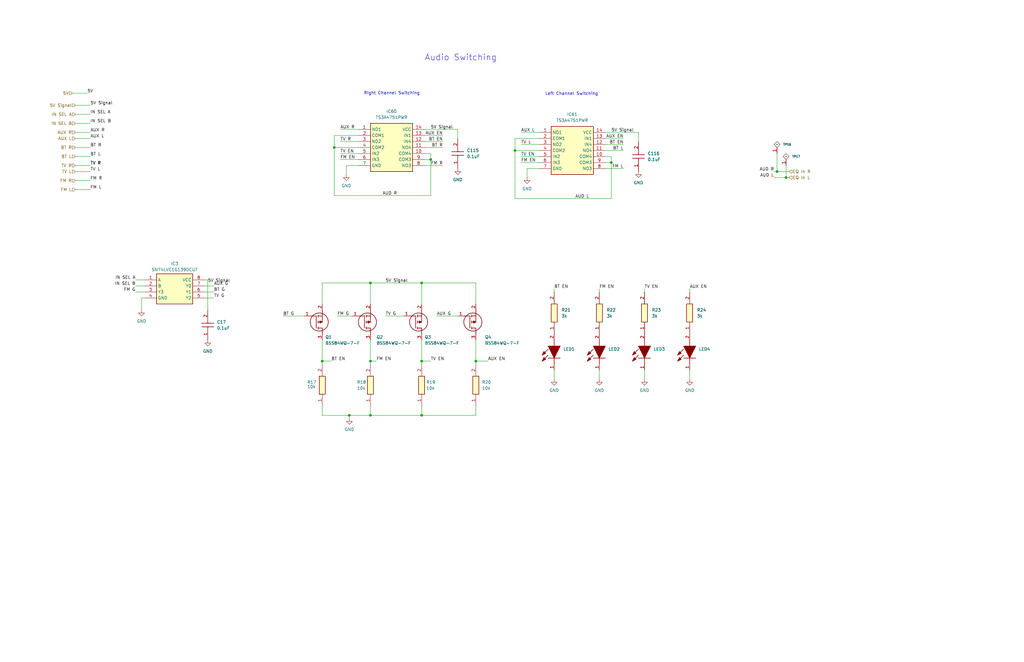
<source format=kicad_sch>
(kicad_sch (version 20231120) (generator "eeschema") (generator_version "8.0")
  (paper "B")
  (title_block (title "Audio System") (date "2025-02-06") (rev "P1") (company "Wolfe Engineering"))
  (lib_symbols
    (symbol "1 Audio Amp:TS3A4751PWR"
      (property "Reference" "IC" (at 24.13 7.62 0))
      (property "Value" "TS3A4751PWR" (at 24.13 5.08 0))
      (symbol "TS3A4751PWR_1_1"
        (rectangle (start 5.08 2.54) (end 22.86 -17.78) (stroke (width 0.254)) (fill (type background)))
        (pin passive line (at 0 0 0) (length 5.08) (name "NO1") (number "1"))
        (pin passive line (at 27.94 -10.16 180) (length 5.08) (name "COM4") (number "10"))
        (pin passive line (at 27.94 -7.62 180) (length 5.08) (name "NO4") (number "11"))
        (pin passive line (at 27.94 -5.08 180) (length 5.08) (name "IN4") (number "12"))
        (pin passive line (at 27.94 -2.54 180) (length 5.08) (name "IN1") (number "13"))
        (pin passive line (at 27.94 0 180) (length 5.08) (name "VCC") (number "14"))
        (pin passive line (at 0 -2.54 0) (length 5.08) (name "COM1") (number "2"))
        (pin passive line (at 0 -5.08 0) (length 5.08) (name "NO2") (number "3"))
        (pin passive line (at 0 -7.62 0) (length 5.08) (name "COM2") (number "4"))
        (pin passive line (at 0 -10.16 0) (length 5.08) (name "IN2") (number "5"))
        (pin passive line (at 0 -12.7 0) (length 5.08) (name "IN3") (number "6"))
        (pin passive line (at 0 -15.24 0) (length 5.08) (name "GND") (number "7"))
        (pin passive line (at 27.94 -15.24 180) (length 5.08) (name "NO3") (number "8"))
        (pin passive line (at 27.94 -12.7 180) (length 5.08) (name "COM3") (number "9"))
      )
    )
    (symbol "Audio System:150060SS75000" (pin_names hide)
      (property "Reference" "LED" (at 12.7 8.89 0))
      (property "Value" "150060SS75000" (at 12.7 6.35 0))
      (symbol "150060SS75000_1_1"
        (polyline (pts (xy 2.54 0) (xy 5.08 0)) (stroke (width 0.254)))
        (polyline (pts (xy 5.08 2.54) (xy 5.08 -2.54)) (stroke (width 0.254)))
        (polyline (pts (xy 6.35 2.54) (xy 3.81 5.08)) (stroke (width 0.254)))
        (polyline (pts (xy 8.89 2.54) (xy 6.35 5.08)) (stroke (width 0.254)))
        (polyline (pts (xy 10.16 0) (xy 12.7 0)) (stroke (width 0.254)))
        (polyline (pts (xy 5.08 0) (xy 10.16 2.54) (xy 10.16 -2.54) (xy 5.08 0)) (stroke (width 0.254)) (fill (type outline)))
        (polyline (pts (xy 5.334 4.318) (xy 4.572 3.556) (xy 3.81 5.08) (xy 5.334 4.318)) (stroke (width 0.254)) (fill (type outline)))
        (polyline (pts (xy 7.874 4.318) (xy 7.112 3.556) (xy 6.35 5.08) (xy 7.874 4.318)) (stroke (width 0.254)) (fill (type outline)))
        (pin passive line (at 0 0 0) (length 2.54) (name "K") (number "1"))
        (pin passive line (at 15.24 0 180) (length 2.54) (name "A") (number "2"))
      )
    )
    (symbol "Audio System:BSS84WQ-7-F" (pin_names hide)
      (property "Reference" "Q" (at 11.43 3.81 0))
      (property "Value" "BSS84WQ-7-F" (at 11.43 1.27 0))
      (symbol "BSS84WQ-7-F_1_1"
        (polyline (pts (xy 2.54 0) (xy 5.08 0)) (stroke (width 0.254)))
        (polyline (pts (xy 5.08 5.08) (xy 5.08 0)) (stroke (width 0.254)))
        (polyline (pts (xy 5.842 -0.508) (xy 5.842 0.508)) (stroke (width 0.254)))
        (polyline (pts (xy 5.842 0) (xy 7.62 0)) (stroke (width 0.254)))
        (polyline (pts (xy 5.842 2.032) (xy 5.842 3.048)) (stroke (width 0.254)))
        (polyline (pts (xy 5.842 5.588) (xy 5.842 4.572)) (stroke (width 0.254)))
        (polyline (pts (xy 7.62 2.54) (xy 5.842 2.54)) (stroke (width 0.254)))
        (polyline (pts (xy 7.62 2.54) (xy 7.62 -2.54)) (stroke (width 0.254)))
        (polyline (pts (xy 7.62 5.08) (xy 5.842 5.08)) (stroke (width 0.254)))
        (polyline (pts (xy 7.62 5.08) (xy 7.62 7.62)) (stroke (width 0.254)))
        (polyline (pts (xy 7.62 2.54) (xy 6.604 3.048) (xy 6.604 2.032) (xy 7.62 2.54)) (stroke (width 0.254)) (fill (type outline)))
        (circle (center 6.35 2.54) (radius 3.81) (stroke (width 0.254)))
        (pin passive line (at 0 0 0) (length 2.54) (name "G") (number "1"))
        (pin passive line (at 7.62 -5.08 90) (length 2.54) (name "S") (number "2"))
        (pin passive line (at 7.62 10.16 270) (length 2.54) (name "D") (number "3"))
      )
    )
    (symbol "Audio System:CC0603KRX7R7BB104" (pin_names hide)
      (property "Reference" "C" (at 8.89 6.35 0))
      (property "Value" "CC0603KRX7R7BB104" (at 8.89 3.81 0))
      (symbol "CC0603KRX7R7BB104_1_1"
        (polyline (pts (xy 5.08 0) (xy 5.588 0)) (stroke (width 0.254)))
        (polyline (pts (xy 5.588 2.54) (xy 5.588 -2.54)) (stroke (width 0.254)))
        (polyline (pts (xy 7.112 0) (xy 7.62 0)) (stroke (width 0.254)))
        (polyline (pts (xy 7.112 2.54) (xy 7.112 -2.54)) (stroke (width 0.254)))
        (pin passive line (at 0 0 0) (length 5.08) (name "1") (number "1"))
        (pin passive line (at 12.7 0 180) (length 5.08) (name "2") (number "2"))
      )
    )
    (symbol "Audio System:RC0603FR-0710KL" (pin_names hide)
      (property "Reference" "R" (at 13.97 6.35 0))
      (property "Value" "RC0603FR-0710KL" (at 13.97 3.81 0))
      (symbol "RC0603FR-0710KL_1_1"
        (rectangle (start 5.08 1.27) (end 12.7 -1.27) (stroke (width 0.254)) (fill (type background)))
        (pin passive line (at 0 0 0) (length 5.08) (name "1") (number "1"))
        (pin passive line (at 17.78 0 180) (length 5.08) (name "2") (number "2"))
      )
    )
    (symbol "Audio System:RC0603FR-073KL" (pin_names hide)
      (property "Reference" "R" (at 13.97 6.35 0))
      (property "Value" "RC0603FR-073KL" (at 13.97 3.81 0))
      (symbol "RC0603FR-073KL_1_1"
        (rectangle (start 5.08 1.27) (end 12.7 -1.27) (stroke (width 0.254)) (fill (type background)))
        (pin passive line (at 0 0 0) (length 5.08) (name "1") (number "1"))
        (pin passive line (at 17.78 0 180) (length 5.08) (name "2") (number "2"))
      )
    )
    (symbol "Audio System:SN74LVC1G139DCUT"
      (property "Reference" "IC" (at 21.59 7.62 0))
      (property "Value" "SN74LVC1G139DCUT" (at 21.59 5.08 0))
      (symbol "SN74LVC1G139DCUT_1_1"
        (rectangle (start 5.08 2.54) (end 20.32 -10.16) (stroke (width 0.254)) (fill (type background)))
        (pin passive line (at 0 0 0) (length 5.08) (name "A") (number "1"))
        (pin passive line (at 0 -2.54 0) (length 5.08) (name "B") (number "2"))
        (pin passive line (at 0 -5.08 0) (length 5.08) (name "Y3") (number "3"))
        (pin passive line (at 0 -7.62 0) (length 5.08) (name "GND") (number "4"))
        (pin passive line (at 25.4 -7.62 180) (length 5.08) (name "Y2") (number "5"))
        (pin passive line (at 25.4 -5.08 180) (length 5.08) (name "Y1") (number "6"))
        (pin passive line (at 25.4 -2.54 180) (length 5.08) (name "Y0") (number "7"))
        (pin passive line (at 25.4 0 180) (length 5.08) (name "VCC") (number "8"))
      )
    )
    (symbol "Audio System:TP"
      (property "Reference" "TP" (at 2.54 -1.27 0))
      (symbol "TP_0_1"
        (polyline (pts (xy 0 -1.27) (xy 1.27 0) (xy 0 1.27) (xy -1.27 0) (xy 0 -1.27)))
      )
      (symbol "TP_1_1"
        (pin input line (at 0 -3.81 90) (length 2.54) (name "") (number "1"))
      )
    )
    (symbol "GND_1" (power) (pin_names (offset 0))
      (property "Value" "GND" (at 0 -3.81 0))
      (symbol "GND_1_0_1"
        (polyline (pts (xy 0 0) (xy 0 -1.27) (xy 1.27 -1.27) (xy 0 -2.54) (xy -1.27 -1.27) (xy 0 -1.27)))
      )
      (symbol "GND_1_1_1"
        (pin power_in line (at 0 0 270) (length 0) hide (name "GND") (number "1"))
      )
    )
    (symbol "GND_11" (power) (pin_names (offset 0))
      (property "Value" "GND" (at 0 -3.81 0))
      (symbol "GND_11_0_1"
        (polyline (pts (xy 0 0) (xy 0 -1.27) (xy 1.27 -1.27) (xy 0 -2.54) (xy -1.27 -1.27) (xy 0 -1.27)))
      )
      (symbol "GND_11_1_1"
        (pin power_in line (at 0 0 270) (length 0) hide (name "GND") (number "1"))
      )
    )
    (symbol "GND_14" (power) (pin_names (offset 0))
      (property "Value" "GND" (at 0 -3.81 0))
      (symbol "GND_14_0_1"
        (polyline (pts (xy 0 0) (xy 0 -1.27) (xy 1.27 -1.27) (xy 0 -2.54) (xy -1.27 -1.27) (xy 0 -1.27)))
      )
      (symbol "GND_14_1_1"
        (pin power_in line (at 0 0 270) (length 0) hide (name "GND") (number "1"))
      )
    )
    (symbol "GND_19" (power) (pin_names (offset 0))
      (property "Value" "GND" (at 0 -3.81 0))
      (symbol "GND_19_0_1"
        (polyline (pts (xy 0 0) (xy 0 -1.27) (xy 1.27 -1.27) (xy 0 -2.54) (xy -1.27 -1.27) (xy 0 -1.27)))
      )
      (symbol "GND_19_1_1"
        (pin power_in line (at 0 0 270) (length 0) hide (name "GND") (number "1"))
      )
    )
    (symbol "GND_20" (power) (pin_names (offset 0))
      (property "Value" "GND" (at 0 -3.81 0))
      (symbol "GND_20_0_1"
        (polyline (pts (xy 0 0) (xy 0 -1.27) (xy 1.27 -1.27) (xy 0 -2.54) (xy -1.27 -1.27) (xy 0 -1.27)))
      )
      (symbol "GND_20_1_1"
        (pin power_in line (at 0 0 270) (length 0) hide (name "GND") (number "1"))
      )
    )
    (symbol "GND_21" (power) (pin_names (offset 0))
      (property "Value" "GND" (at 0 -3.81 0))
      (symbol "GND_21_0_1"
        (polyline (pts (xy 0 0) (xy 0 -1.27) (xy 1.27 -1.27) (xy 0 -2.54) (xy -1.27 -1.27) (xy 0 -1.27)))
      )
      (symbol "GND_21_1_1"
        (pin power_in line (at 0 0 270) (length 0) hide (name "GND") (number "1"))
      )
    )
    (symbol "GND_3" (power) (pin_names (offset 0))
      (property "Value" "GND" (at 0 -3.81 0))
      (symbol "GND_3_0_1"
        (polyline (pts (xy 0 0) (xy 0 -1.27) (xy 1.27 -1.27) (xy 0 -2.54) (xy -1.27 -1.27) (xy 0 -1.27)))
      )
      (symbol "GND_3_1_1"
        (pin power_in line (at 0 0 270) (length 0) hide (name "GND") (number "1"))
      )
    )
    (symbol "GND_7" (power) (pin_names (offset 0))
      (property "Value" "GND" (at 0 -3.81 0))
      (symbol "GND_7_0_1"
        (polyline (pts (xy 0 0) (xy 0 -1.27) (xy 1.27 -1.27) (xy 0 -2.54) (xy -1.27 -1.27) (xy 0 -1.27)))
      )
      (symbol "GND_7_1_1"
        (pin power_in line (at 0 0 270) (length 0) hide (name "GND") (number "1"))
      )
    )
  )
  (junction (at 257.81 68.58))
  (junction (at 217.17 63.5))
  (junction (at 156.21 119.38))
  (junction (at 327.66 72.39))
  (junction (at 156.21 152.4))
  (junction (at 140.97 62.23))
  (junction (at 177.8 152.4))
  (junction (at 147.32 175.26))
  (junction (at 181.61 67.31))
  (junction (at 331.47 74.93))
  (junction (at 135.89 152.4))
  (junction (at 177.8 175.26))
  (junction (at 177.8 119.38))
  (junction (at 156.21 175.26))
  (junction (at 200.66 152.4))
  (wire (pts (xy 59.69 125.73) (xy 60.96 125.73)))
  (wire (pts (xy 252.73 156.21) (xy 252.73 160.02)))
  (wire (pts (xy 200.66 152.4) (xy 200.66 153.67)))
  (wire (pts (xy 193.04 54.61) (xy 179.07 54.61)))
  (wire (pts (xy 143.51 64.77) (xy 151.13 64.77)))
  (wire (pts (xy 31.75 58.42) (xy 38.1 58.42)))
  (wire (pts (xy 219.71 60.96) (xy 227.33 60.96)))
  (wire (pts (xy 156.21 152.4) (xy 156.21 153.67)))
  (wire (pts (xy 200.66 119.38) (xy 200.66 128.27)))
  (wire (pts (xy 142.24 133.35) (xy 148.59 133.35)))
  (wire (pts (xy 227.33 58.42) (xy 217.17 58.42)))
  (wire (pts (xy 143.51 54.61) (xy 151.13 54.61)))
  (wire (pts (xy 31.75 72.39) (xy 38.1 72.39)))
  (wire (pts (xy 222.25 71.12) (xy 222.25 74.93)))
  (wire (pts (xy 255.27 71.12) (xy 262.89 71.12)))
  (wire (pts (xy 217.17 63.5) (xy 227.33 63.5)))
  (wire (pts (xy 177.8 175.26) (xy 200.66 175.26)))
  (wire (pts (xy 87.63 118.11) (xy 87.63 130.81)))
  (wire (pts (xy 331.47 74.93) (xy 326.39 74.93)))
  (wire (pts (xy 255.27 68.58) (xy 257.81 68.58)))
  (wire (pts (xy 255.27 60.96) (xy 262.89 60.96)))
  (wire (pts (xy 143.51 67.31) (xy 151.13 67.31)))
  (wire (pts (xy 181.61 82.55) (xy 181.61 67.31)))
  (wire (pts (xy 255.27 58.42) (xy 262.89 58.42)))
  (wire (pts (xy 140.97 62.23) (xy 151.13 62.23)))
  (wire (pts (xy 233.68 156.21) (xy 233.68 160.02)))
  (wire (pts (xy 86.36 125.73) (xy 90.17 125.73)))
  (wire (pts (xy 151.13 69.85) (xy 146.05 69.85)))
  (wire (pts (xy 255.27 66.04) (xy 257.81 66.04)))
  (wire (pts (xy 177.8 119.38) (xy 177.8 128.27)))
  (wire (pts (xy 184.15 133.35) (xy 193.04 133.35)))
  (wire (pts (xy 31.75 80.01) (xy 38.1 80.01)))
  (wire (pts (xy 31.75 62.23) (xy 38.1 62.23)))
  (wire (pts (xy 135.89 128.27) (xy 135.89 119.38)))
  (wire (pts (xy 156.21 175.26) (xy 177.8 175.26)))
  (wire (pts (xy 31.75 44.45) (xy 38.1 44.45)))
  (wire (pts (xy 135.89 175.26) (xy 147.32 175.26)))
  (wire (pts (xy 135.89 119.38) (xy 156.21 119.38)))
  (wire (pts (xy 181.61 64.77) (xy 181.61 67.31)))
  (wire (pts (xy 156.21 119.38) (xy 156.21 128.27)))
  (wire (pts (xy 147.32 175.26) (xy 156.21 175.26)))
  (wire (pts (xy 30.48 39.37) (xy 36.83 39.37)))
  (wire (pts (xy 233.68 121.92) (xy 233.68 123.19)))
  (wire (pts (xy 177.8 171.45) (xy 177.8 175.26)))
  (wire (pts (xy 140.97 82.55) (xy 181.61 82.55)))
  (wire (pts (xy 140.97 57.15) (xy 140.97 62.23)))
  (wire (pts (xy 31.75 69.85) (xy 38.1 69.85)))
  (wire (pts (xy 147.32 175.26) (xy 147.32 176.53)))
  (wire (pts (xy 290.83 156.21) (xy 290.83 160.02)))
  (wire (pts (xy 86.36 120.65) (xy 90.17 120.65)))
  (wire (pts (xy 255.27 63.5) (xy 262.89 63.5)))
  (wire (pts (xy 140.97 62.23) (xy 140.97 82.55)))
  (wire (pts (xy 332.74 72.39) (xy 327.66 72.39)))
  (wire (pts (xy 179.07 69.85) (xy 186.69 69.85)))
  (wire (pts (xy 269.24 55.88) (xy 255.27 55.88)))
  (wire (pts (xy 200.66 175.26) (xy 200.66 171.45)))
  (wire (pts (xy 162.56 133.35) (xy 170.18 133.35)))
  (wire (pts (xy 331.47 69.85) (xy 331.47 74.93)))
  (wire (pts (xy 31.75 76.2) (xy 38.1 76.2)))
  (wire (pts (xy 219.71 66.04) (xy 227.33 66.04)))
  (wire (pts (xy 219.71 68.58) (xy 227.33 68.58)))
  (wire (pts (xy 332.74 74.93) (xy 331.47 74.93)))
  (wire (pts (xy 219.71 55.88) (xy 227.33 55.88)))
  (wire (pts (xy 200.66 143.51) (xy 200.66 152.4)))
  (wire (pts (xy 59.69 125.73) (xy 59.69 130.81)))
  (wire (pts (xy 179.07 57.15) (xy 186.69 57.15)))
  (wire (pts (xy 135.89 171.45) (xy 135.89 175.26)))
  (wire (pts (xy 181.61 152.4) (xy 177.8 152.4)))
  (wire (pts (xy 269.24 59.69) (xy 269.24 55.88)))
  (wire (pts (xy 290.83 121.92) (xy 290.83 123.19)))
  (wire (pts (xy 179.07 62.23) (xy 186.69 62.23)))
  (wire (pts (xy 179.07 67.31) (xy 181.61 67.31)))
  (wire (pts (xy 57.15 118.11) (xy 60.96 118.11)))
  (wire (pts (xy 257.81 66.04) (xy 257.81 68.58)))
  (wire (pts (xy 156.21 143.51) (xy 156.21 152.4)))
  (wire (pts (xy 31.75 52.07) (xy 38.1 52.07)))
  (wire (pts (xy 139.7 152.4) (xy 135.89 152.4)))
  (wire (pts (xy 135.89 143.51) (xy 135.89 152.4)))
  (wire (pts (xy 60.96 123.19) (xy 57.15 123.19)))
  (wire (pts (xy 271.78 156.21) (xy 271.78 160.02)))
  (wire (pts (xy 327.66 72.39) (xy 326.39 72.39)))
  (wire (pts (xy 327.66 64.77) (xy 327.66 72.39)))
  (wire (pts (xy 86.36 118.11) (xy 87.63 118.11)))
  (wire (pts (xy 86.36 123.19) (xy 90.17 123.19)))
  (wire (pts (xy 177.8 152.4) (xy 177.8 153.67)))
  (wire (pts (xy 156.21 119.38) (xy 177.8 119.38)))
  (wire (pts (xy 31.75 55.88) (xy 38.1 55.88)))
  (wire (pts (xy 177.8 119.38) (xy 200.66 119.38)))
  (wire (pts (xy 119.38 133.35) (xy 128.27 133.35)))
  (wire (pts (xy 31.75 66.04) (xy 38.1 66.04)))
  (wire (pts (xy 257.81 83.82) (xy 257.81 68.58)))
  (wire (pts (xy 227.33 71.12) (xy 222.25 71.12)))
  (wire (pts (xy 252.73 121.92) (xy 252.73 123.19)))
  (wire (pts (xy 271.78 121.92) (xy 271.78 123.19)))
  (wire (pts (xy 151.13 57.15) (xy 140.97 57.15)))
  (wire (pts (xy 177.8 143.51) (xy 177.8 152.4)))
  (wire (pts (xy 205.74 152.4) (xy 200.66 152.4)))
  (wire (pts (xy 146.05 69.85) (xy 146.05 73.66)))
  (wire (pts (xy 143.51 59.69) (xy 151.13 59.69)))
  (wire (pts (xy 193.04 58.42) (xy 193.04 54.61)))
  (wire (pts (xy 217.17 83.82) (xy 257.81 83.82)))
  (wire (pts (xy 156.21 171.45) (xy 156.21 175.26)))
  (wire (pts (xy 31.75 48.26) (xy 38.1 48.26)))
  (wire (pts (xy 217.17 63.5) (xy 217.17 83.82)))
  (wire (pts (xy 57.15 120.65) (xy 60.96 120.65)))
  (wire (pts (xy 217.17 58.42) (xy 217.17 63.5)))
  (wire (pts (xy 179.07 64.77) (xy 181.61 64.77)))
  (wire (pts (xy 158.75 152.4) (xy 156.21 152.4)))
  (wire (pts (xy 135.89 152.4) (xy 135.89 153.67)))
  (wire (pts (xy 179.07 59.69) (xy 186.69 59.69)))
  (text "Right Channel Switching" (at 153.416 40.132 0) (effects (font (size 1.27 1.27)) (justify left bottom)))
  (text "Left Channel Switching" (at 229.87 40.386 0) (effects (font (size 1.27 1.27)) (justify left bottom)))
  (text "Audio Switching" (at 194.31 24.384 0) (effects (font (size 2.54 2.54))))
  (label "AUX G" (at 90.17 120.65 0))
  (label "TV R" (at 38.1 69.85 0))
  (label "5V" (at 36.83 39.37 0))
  (label "AUX EN" (at 290.83 121.92 0))
  (label "BT R" (at 38.1 62.23 0))
  (label "TV L" (at 38.1 72.39 0))
  (label "TV EN" (at 181.61 152.4 0))
  (label "BT G" (at 90.17 123.19 0))
  (label "AUX L" (at 38.1 58.42 0))
  (label "TV R" (at 38.1 69.85 0))
  (label "BT G" (at 119.38 133.35 0))
  (label "BT EN" (at 262.89 60.96 180))
  (label "FM L" (at 38.1 80.01 0))
  (label "FM R" (at 38.1 76.2 0))
  (label "TV EN" (at 219.71 66.04 0))
  (label "TV G" (at 90.17 125.73 0))
  (label "BT L" (at 262.89 63.5 180))
  (label "TV EN" (at 271.78 121.92 0))
  (label "AUX L" (at 219.71 55.88 0))
  (label "AUD L" (at 242.57 83.82 0))
  (label "FM L" (at 262.89 71.12 180))
  (label "FM EN" (at 143.51 67.31 0))
  (label "5V Signal" (at 87.63 119.38 0))
  (label "5V Signal" (at 162.56 119.38 0))
  (label "AUD L" (at 326.39 74.93 180))
  (label "IN SEL A" (at 38.1 48.26 0))
  (label "TV R" (at 143.51 59.69 0))
  (label "BT L" (at 38.1 66.04 0))
  (label "BT R" (at 186.69 62.23 180))
  (label "5V Signal" (at 257.81 55.88 0))
  (label "FM EN" (at 219.71 68.58 0))
  (label "TV EN" (at 143.51 64.77 0))
  (label "FM EN" (at 158.75 152.4 0))
  (label "BT EN" (at 139.7 152.4 0))
  (label "AUX EN" (at 186.69 57.15 180))
  (label "IN SEL B" (at 57.15 120.65 180))
  (label "AUX G" (at 184.15 133.35 0))
  (label "5V Signal" (at 181.61 54.61 0))
  (label "AUX R" (at 143.51 54.61 0))
  (label "IN SEL A" (at 57.15 118.11 180))
  (label "BT EN" (at 233.68 121.92 0))
  (label "FM R" (at 186.69 69.85 180))
  (label "5V Signal" (at 38.1 44.45 0))
  (label "AUX EN" (at 205.74 152.4 0))
  (label "AUD R" (at 161.29 82.55 0))
  (label "AUD R" (at 326.39 72.39 180))
  (label "FM G" (at 57.15 123.19 180))
  (label "FM G" (at 142.24 133.35 0))
  (label "FM EN" (at 252.73 121.92 0))
  (label "AUX R" (at 38.1 55.88 0))
  (label "TV L" (at 219.71 60.96 0))
  (label "IN SEL B" (at 38.1 52.07 0))
  (label "BT EN" (at 186.69 59.69 180))
  (label "AUX EN" (at 262.89 58.42 180))
  (label "TV G" (at 162.56 133.35 0))
  (hierarchical_label "FM L" (shape input) (at 31.75 80.01 180))
  (hierarchical_label "AUX R" (shape input) (at 31.75 55.88 180))
  (hierarchical_label "BT L" (shape input) (at 31.75 66.04 180))
  (hierarchical_label "EQ In R" (shape input) (at 332.74 72.39 0))
  (hierarchical_label "TV L" (shape input) (at 31.75 72.39 180))
  (hierarchical_label "IN SEL A" (shape input) (at 31.75 48.26 180))
  (hierarchical_label "IN SEL B" (shape input) (at 31.75 52.07 180))
  (hierarchical_label "BT R" (shape input) (at 31.75 62.23 180))
  (hierarchical_label "EQ In L" (shape input) (at 332.74 74.93 0))
  (hierarchical_label "AUX L" (shape input) (at 31.75 58.42 180))
  (hierarchical_label "5V" (shape input) (at 30.48 39.37 180))
  (hierarchical_label "TV R" (shape input) (at 31.75 69.85 180))
  (hierarchical_label "5V Signal" (shape input) (at 31.75 44.45 180))
  (hierarchical_label "FM R" (shape input) (at 31.75 76.2 180))
  (symbol (lib_id "Audio System:RC0603FR-073KL") (at 252.73 140.97 90) (unit 1)
    (property "Reference" "R22" (at 255.778 130.81 90) (effects (justify right)))
    (property "Value" "3k" (at 255.778 133.35 90) (effects (justify right)))
    (property "Footprint" "1 Audio Amp:RESC1608X55N" (effects (hide yes)))
    (property "Datasheet" "http://www.yageo.com/documents/recent/PYu-RC0603_51_RoHS_L_v5.pdf" (effects (hide yes)))
    (property "Height" "0.55" (effects (hide yes)))
    (property "Manufacturer_Name" "KEMET" (effects (hide yes)))
    (property "Manufacturer_Part_Number" "RC0603FR-073KL" (effects (hide yes)))
    (property "Mouser Part Number" "603-RC0603FR-073KL" (effects (hide yes)))
    (property "Mouser Price/Stock" "https://www.mouser.co.uk/ProductDetail/YAGEO/RC0603FR-073KL?qs=gt6vzsuosg28N5hJbu0EKA%3D%3D" (effects (hide yes)))
  )
  (symbol (lib_name "GND_7") (lib_id "power:GND") (at 222.25 74.93 0) (unit 1)
    (property "Reference" "#PWR0267" (effects (hide yes)))
    (property "Value" "GND" (at 222.25 79.629 0))
  )
  (symbol (lib_id "Audio System:BSS84WQ-7-F") (at 170.18 133.35 0) (mirror x) (unit 1)
    (property "Reference" "Q3" (at 179.07 142.24 0) (effects (justify left)))
    (property "Value" "BSS84WQ-7-F" (at 179.07 144.78 0) (effects (justify left)))
    (property "Footprint" "1 Audio Amp:SOT65P210X110-3N" (effects (hide yes)))
    (property "Datasheet" "https://www.diodes.com//assets/Datasheets/BSS84WQ.pdf" (effects (hide yes)))
    (property "Height" "1.1" (effects (hide yes)))
    (property "Manufacturer_Name" "Diodes Incorporated" (effects (hide yes)))
    (property "Manufacturer_Part_Number" "BSS84WQ-7-F" (effects (hide yes)))
    (property "Mouser Part Number" "621-BSS84WQ-7-F" (effects (hide yes)))
    (property "Mouser Price/Stock" "https://www.mouser.co.uk/ProductDetail/Diodes-Incorporated/BSS84WQ-7-F?qs=wtVJq%252Be05r%252B5TZHG3xVH8w%3D%3D" (effects (hide yes)))
    (property "Arrow Part Number" "BSS84WQ-7-F" (effects (hide yes)))
    (property "Arrow Price/Stock" "https://www.arrow.com/en/products/bss84wq-7-f/diodes-incorporated?region=nac" (effects (hide yes)))
  )
  (symbol (lib_id "Audio System:RC0603FR-0710KL") (at 177.8 171.45 90) (unit 1)
    (property "Reference" "R19" (at 179.705 161.29 90) (effects (justify right)))
    (property "Value" "10k" (at 179.705 163.83 90) (effects (justify right)))
    (property "Footprint" "1 Audio Amp:RESC1608X55N" (effects (hide yes)))
    (property "Datasheet" "http://www.yageo.com/documents/recent/PYu-RC0603_51_RoHS_L_v5.pdf" (effects (hide yes)))
    (property "Height" "0.55" (effects (hide yes)))
    (property "Manufacturer_Name" "KEMET" (effects (hide yes)))
    (property "Manufacturer_Part_Number" "RC0603FR-0710KL" (effects (hide yes)))
    (property "Mouser Part Number" "603-RC0603FR-0710KL" (effects (hide yes)))
    (property "Mouser Price/Stock" "https://www.mouser.co.uk/ProductDetail/YAGEO/RC0603FR-0710KL?qs=grNVn54RoB%252B3GtjbJj3wJQ%3D%3D" (effects (hide yes)))
    (property "Arrow Part Number" "RC0603FR-0710KL" (effects (hide yes)))
    (property "Arrow Price/Stock" "https://www.arrow.com/en/products/rc0603fr-0710kl/yageo?region=nac" (effects (hide yes)))
  )
  (symbol (lib_id "Audio System:TP") (at 327.66 60.96 0) (unit 1) (exclude_from_sim yes) (in_bom no)
    (property "Reference" "TP16" (at 330.2 60.9599 0) (effects (font (size 0.9 0.9)) (justify left)))
    (property "Value" "~" (at 327.66 60.96 0))
    (property "Footprint" "1 Audio Amp:TP" (effects (hide yes)))
  )
  (symbol (lib_name "GND_21") (lib_id "power:GND") (at 271.78 160.02 0) (unit 1)
    (property "Reference" "#PWR057" (effects (hide yes)))
    (property "Value" "GND" (at 271.78 164.719 0))
  )
  (symbol (lib_name "GND_7") (lib_id "power:GND") (at 193.04 71.12 0) (unit 1)
    (property "Reference" "#PWR0160" (effects (hide yes)))
    (property "Value" "GND" (at 193.04 75.819 0))
  )
  (symbol (lib_id "Audio System:RC0603FR-073KL") (at 290.83 140.97 90) (unit 1)
    (property "Reference" "R24" (at 293.878 130.81 90) (effects (justify right)))
    (property "Value" "3k" (at 293.878 133.35 90) (effects (justify right)))
    (property "Footprint" "1 Audio Amp:RESC1608X55N" (effects (hide yes)))
    (property "Datasheet" "http://www.yageo.com/documents/recent/PYu-RC0603_51_RoHS_L_v5.pdf" (effects (hide yes)))
    (property "Height" "0.55" (effects (hide yes)))
    (property "Manufacturer_Name" "KEMET" (effects (hide yes)))
    (property "Manufacturer_Part_Number" "RC0603FR-073KL" (effects (hide yes)))
    (property "Mouser Part Number" "603-RC0603FR-073KL" (effects (hide yes)))
    (property "Mouser Price/Stock" "https://www.mouser.co.uk/ProductDetail/YAGEO/RC0603FR-073KL?qs=gt6vzsuosg28N5hJbu0EKA%3D%3D" (effects (hide yes)))
  )
  (symbol (lib_name "GND_20") (lib_id "power:GND") (at 233.68 160.02 0) (unit 1)
    (property "Reference" "#PWR051" (effects (hide yes)))
    (property "Value" "GND" (at 233.68 164.719 0))
  )
  (symbol (lib_name "GND_11") (lib_id "power:GND") (at 59.69 130.81 0) (unit 1)
    (property "Reference" "#PWR036" (effects (hide yes)))
    (property "Value" "GND" (at 59.69 135.509 0))
  )
  (symbol (lib_name "GND_19") (lib_id "power:GND") (at 290.83 160.02 0) (unit 1)
    (property "Reference" "#PWR058" (effects (hide yes)))
    (property "Value" "GND" (at 290.83 164.719 0))
  )
  (symbol (lib_id "Audio System:TP") (at 331.47 66.04 0) (unit 1) (exclude_from_sim yes) (in_bom no)
    (property "Reference" "TP17" (at 334.01 66.0399 0) (effects (font (size 0.9 0.9)) (justify left)))
    (property "Value" "~" (at 331.47 66.04 0))
    (property "Footprint" "1 Audio Amp:TP" (effects (hide yes)))
  )
  (symbol (lib_id "Audio System:150060SS75000") (at 271.78 156.21 90) (unit 1)
    (property "Reference" "LED3" (at 275.59 147.32 90) (effects (justify right)))
    (property "Value" "150060SS75000" (effects (hide yes)))
    (property "Footprint" "1 Audio Amp:LEDC1608X80N" (effects (hide yes)))
    (property "Height" "0.8" (effects (hide yes)))
    (property "Manufacturer_Name" "Wurth Elektronik" (effects (hide yes)))
    (property "Manufacturer_Part_Number" "150060SS75000" (effects (hide yes)))
    (property "Mouser Part Number" "710-150060SS75000" (effects (hide yes)))
    (property "Mouser Price/Stock" "https://www.mouser.co.uk/ProductDetail/Wurth-Elektronik/150060SS75000?qs=LlUlMxKIyB0oQaxwspeTEA%3D%3D" (effects (hide yes)))
  )
  (symbol (lib_id "1 Audio Amp:TS3A4751PWR") (at 151.13 54.61 0) (unit 1)
    (property "Reference" "IC60" (at 165.1 46.99 0))
    (property "Value" "TS3A4751PWR" (at 165.1 49.53 0))
    (property "Footprint" "SOP65P640X120-14N" (effects (hide yes)))
    (property "Datasheet" "http://www.ti.com/lit/ds/symlink/ts3a4751.pdf" (effects (hide yes)))
    (property "Description" "TS3A4751PWR, Analogue SPST Switch Quad SPST, 3 V, 14-pin TSSOP" (effects (hide yes)))
    (property "Height" "1.2" (effects (hide yes)))
    (property "Manufacturer_Name" "Texas Instruments" (effects (hide yes)))
    (property "Manufacturer_Part_Number" "TS3A4751PWR" (effects (hide yes)))
    (property "Mouser Part Number" "595-TS3A4751PWR" (effects (hide yes)))
    (property "Mouser Price/Stock" "https://www.mouser.co.uk/ProductDetail/Texas-Instruments/TS3A4751PWR?qs=7kv20MEVUlhmaEkcoyao6g%3D%3D" (effects (hide yes)))
    (property "Arrow Part Number" "TS3A4751PWR" (effects (hide yes)))
    (property "Arrow Price/Stock" "https://www.arrow.com/en/products/ts3a4751pwr/texas-instruments?region=nac" (effects (hide yes)))
  )
  (symbol (lib_id "Audio System:RC0603FR-0710KL") (at 200.66 171.45 90) (unit 1)
    (property "Reference" "R20" (at 203.2 161.29 90) (effects (justify right)))
    (property "Value" "10k" (at 203.2 163.83 90) (effects (justify right)))
    (property "Footprint" "1 Audio Amp:RESC1608X55N" (effects (hide yes)))
    (property "Datasheet" "http://www.yageo.com/documents/recent/PYu-RC0603_51_RoHS_L_v5.pdf" (effects (hide yes)))
    (property "Height" "0.55" (effects (hide yes)))
    (property "Manufacturer_Name" "KEMET" (effects (hide yes)))
    (property "Manufacturer_Part_Number" "RC0603FR-0710KL" (effects (hide yes)))
    (property "Mouser Part Number" "603-RC0603FR-0710KL" (effects (hide yes)))
    (property "Mouser Price/Stock" "https://www.mouser.co.uk/ProductDetail/YAGEO/RC0603FR-0710KL?qs=grNVn54RoB%252B3GtjbJj3wJQ%3D%3D" (effects (hide yes)))
    (property "Arrow Part Number" "RC0603FR-0710KL" (effects (hide yes)))
    (property "Arrow Price/Stock" "https://www.arrow.com/en/products/rc0603fr-0710kl/yageo?region=nac" (effects (hide yes)))
  )
  (symbol (lib_name "GND_7") (lib_id "power:GND") (at 146.05 73.66 0) (unit 1)
    (property "Reference" "#PWR0161" (effects (hide yes)))
    (property "Value" "GND" (at 146.05 78.359 0))
  )
  (symbol (lib_id "Audio System:BSS84WQ-7-F") (at 148.59 133.35 0) (mirror x) (unit 1)
    (property "Reference" "Q2" (at 158.75 142.24 0) (effects (justify left)))
    (property "Value" "BSS84WQ-7-F" (at 158.75 144.78 0) (effects (justify left)))
    (property "Footprint" "1 Audio Amp:SOT65P210X110-3N" (effects (hide yes)))
    (property "Datasheet" "https://www.diodes.com//assets/Datasheets/BSS84WQ.pdf" (effects (hide yes)))
    (property "Height" "1.1" (effects (hide yes)))
    (property "Manufacturer_Name" "Diodes Incorporated" (effects (hide yes)))
    (property "Manufacturer_Part_Number" "BSS84WQ-7-F" (effects (hide yes)))
    (property "Mouser Part Number" "621-BSS84WQ-7-F" (effects (hide yes)))
    (property "Mouser Price/Stock" "https://www.mouser.co.uk/ProductDetail/Diodes-Incorporated/BSS84WQ-7-F?qs=wtVJq%252Be05r%252B5TZHG3xVH8w%3D%3D" (effects (hide yes)))
    (property "Arrow Part Number" "BSS84WQ-7-F" (effects (hide yes)))
    (property "Arrow Price/Stock" "https://www.arrow.com/en/products/bss84wq-7-f/diodes-incorporated?region=nac" (effects (hide yes)))
  )
  (symbol (lib_id "Audio System:CC0603KRX7R7BB104") (at 193.04 71.12 90) (unit 1)
    (property "Reference" "C115" (at 196.85 63.5 90) (effects (justify right)))
    (property "Value" "0.1uF" (at 196.85 66.04 90) (effects (justify right)))
    (property "Footprint" "1 Audio Amp:CAPC1608X90N" (effects (hide yes)))
    (property "Datasheet" "https://www.yageo.com/en/Chart/Download/pdf/CC0603KRX7R7BB104" (effects (hide yes)))
    (property "Height" "0.9" (effects (hide yes)))
    (property "Manufacturer_Name" "YAGEO" (effects (hide yes)))
    (property "Manufacturer_Part_Number" "CC0603KRX7R7BB104" (effects (hide yes)))
    (property "Mouser Part Number" "603-CC603KRX7R7BB104" (effects (hide yes)))
    (property "Mouser Price/Stock" "https://www.mouser.co.uk/ProductDetail/YAGEO/CC0603KRX7R7BB104?qs=AgBp2OyFlx8KPmNTlFoWXA%3D%3D" (effects (hide yes)))
    (property "Arrow Part Number" "CC0603KRX7R7BB104" (effects (hide yes)))
    (property "Arrow Price/Stock" "https://www.arrow.com/en/products/cc0603krx7r7bb104/yageo?region=europe" (effects (hide yes)))
  )
  (symbol (lib_id "Audio System:CC0603KRX7R7BB104") (at 269.24 72.39 90) (unit 1)
    (property "Reference" "C116" (at 273.05 64.77 90) (effects (justify right)))
    (property "Value" "0.1uF" (at 273.05 67.31 90) (effects (justify right)))
    (property "Footprint" "1 Audio Amp:CAPC1608X90N" (effects (hide yes)))
    (property "Datasheet" "https://www.yageo.com/en/Chart/Download/pdf/CC0603KRX7R7BB104" (effects (hide yes)))
    (property "Height" "0.9" (effects (hide yes)))
    (property "Manufacturer_Name" "YAGEO" (effects (hide yes)))
    (property "Manufacturer_Part_Number" "CC0603KRX7R7BB104" (effects (hide yes)))
    (property "Mouser Part Number" "603-CC603KRX7R7BB104" (effects (hide yes)))
    (property "Mouser Price/Stock" "https://www.mouser.co.uk/ProductDetail/YAGEO/CC0603KRX7R7BB104?qs=AgBp2OyFlx8KPmNTlFoWXA%3D%3D" (effects (hide yes)))
    (property "Arrow Part Number" "CC0603KRX7R7BB104" (effects (hide yes)))
    (property "Arrow Price/Stock" "https://www.arrow.com/en/products/cc0603krx7r7bb104/yageo?region=europe" (effects (hide yes)))
  )
  (symbol (lib_id "Audio System:150060SS75000") (at 233.68 156.21 90) (unit 1)
    (property "Reference" "LED1" (at 237.49 147.32 90) (effects (justify right)))
    (property "Value" "150060SS75000" (effects (hide yes)))
    (property "Footprint" "1 Audio Amp:LEDC1608X80N" (effects (hide yes)))
    (property "Height" "0.8" (effects (hide yes)))
    (property "Manufacturer_Name" "Wurth Elektronik" (effects (hide yes)))
    (property "Manufacturer_Part_Number" "150060SS75000" (effects (hide yes)))
    (property "Mouser Part Number" "710-150060SS75000" (effects (hide yes)))
    (property "Mouser Price/Stock" "https://www.mouser.co.uk/ProductDetail/Wurth-Elektronik/150060SS75000?qs=LlUlMxKIyB0oQaxwspeTEA%3D%3D" (effects (hide yes)))
  )
  (symbol (lib_name "GND_7") (lib_id "power:GND") (at 269.24 72.39 0) (unit 1)
    (property "Reference" "#PWR0268" (effects (hide yes)))
    (property "Value" "GND" (at 269.24 77.089 0))
  )
  (symbol (lib_name "GND_14") (lib_id "power:GND") (at 252.73 160.02 0) (unit 1)
    (property "Reference" "#PWR054" (effects (hide yes)))
    (property "Value" "GND" (at 252.73 164.719 0))
  )
  (symbol (lib_id "Audio System:150060SS75000") (at 290.83 156.21 90) (unit 1)
    (property "Reference" "LED4" (at 294.64 147.32 90) (effects (justify right)))
    (property "Value" "150060SS75000" (effects (hide yes)))
    (property "Footprint" "1 Audio Amp:LEDC1608X80N" (effects (hide yes)))
    (property "Height" "0.8" (effects (hide yes)))
    (property "Manufacturer_Name" "Wurth Elektronik" (effects (hide yes)))
    (property "Manufacturer_Part_Number" "150060SS75000" (effects (hide yes)))
    (property "Mouser Part Number" "710-150060SS75000" (effects (hide yes)))
    (property "Mouser Price/Stock" "https://www.mouser.co.uk/ProductDetail/Wurth-Elektronik/150060SS75000?qs=LlUlMxKIyB0oQaxwspeTEA%3D%3D" (effects (hide yes)))
  )
  (symbol (lib_id "Audio System:BSS84WQ-7-F") (at 128.27 133.35 0) (mirror x) (unit 1)
    (property "Reference" "Q1" (at 137.16 142.24 0) (effects (justify left)))
    (property "Value" "BSS84WQ-7-F" (at 137.16 144.78 0) (effects (justify left)))
    (property "Footprint" "1 Audio Amp:SOT65P210X110-3N" (effects (hide yes)))
    (property "Datasheet" "https://www.diodes.com//assets/Datasheets/BSS84WQ.pdf" (effects (hide yes)))
    (property "Height" "1.1" (effects (hide yes)))
    (property "Manufacturer_Name" "Diodes Incorporated" (effects (hide yes)))
    (property "Manufacturer_Part_Number" "BSS84WQ-7-F" (effects (hide yes)))
    (property "Mouser Part Number" "621-BSS84WQ-7-F" (effects (hide yes)))
    (property "Mouser Price/Stock" "https://www.mouser.co.uk/ProductDetail/Diodes-Incorporated/BSS84WQ-7-F?qs=wtVJq%252Be05r%252B5TZHG3xVH8w%3D%3D" (effects (hide yes)))
    (property "Arrow Part Number" "BSS84WQ-7-F" (effects (hide yes)))
    (property "Arrow Price/Stock" "https://www.arrow.com/en/products/bss84wq-7-f/diodes-incorporated?region=nac" (effects (hide yes)))
  )
  (symbol (lib_id "Audio System:RC0603FR-0710KL") (at 135.89 171.45 90) (unit 1)
    (property "Reference" "R17" (at 129.54 161.29 90) (effects (justify right)))
    (property "Value" "10k" (at 129.54 163.195 90) (effects (justify right)))
    (property "Footprint" "1 Audio Amp:RESC1608X55N" (effects (hide yes)))
    (property "Datasheet" "http://www.yageo.com/documents/recent/PYu-RC0603_51_RoHS_L_v5.pdf" (effects (hide yes)))
    (property "Height" "0.55" (effects (hide yes)))
    (property "Manufacturer_Name" "KEMET" (effects (hide yes)))
    (property "Manufacturer_Part_Number" "RC0603FR-0710KL" (effects (hide yes)))
    (property "Mouser Part Number" "603-RC0603FR-0710KL" (effects (hide yes)))
    (property "Mouser Price/Stock" "https://www.mouser.co.uk/ProductDetail/YAGEO/RC0603FR-0710KL?qs=grNVn54RoB%252B3GtjbJj3wJQ%3D%3D" (effects (hide yes)))
    (property "Arrow Part Number" "RC0603FR-0710KL" (effects (hide yes)))
    (property "Arrow Price/Stock" "https://www.arrow.com/en/products/rc0603fr-0710kl/yageo?region=nac" (effects (hide yes)))
  )
  (symbol (lib_id "Audio System:150060SS75000") (at 252.73 156.21 90) (unit 1)
    (property "Reference" "LED2" (at 256.54 147.32 90) (effects (justify right)))
    (property "Value" "150060SS75000" (effects (hide yes)))
    (property "Footprint" "1 Audio Amp:LEDC1608X80N" (effects (hide yes)))
    (property "Height" "0.8" (effects (hide yes)))
    (property "Manufacturer_Name" "Wurth Elektronik" (effects (hide yes)))
    (property "Manufacturer_Part_Number" "150060SS75000" (effects (hide yes)))
    (property "Mouser Part Number" "710-150060SS75000" (effects (hide yes)))
    (property "Mouser Price/Stock" "https://www.mouser.co.uk/ProductDetail/Wurth-Elektronik/150060SS75000?qs=LlUlMxKIyB0oQaxwspeTEA%3D%3D" (effects (hide yes)))
  )
  (symbol (lib_id "Audio System:BSS84WQ-7-F") (at 193.04 133.35 0) (mirror x) (unit 1)
    (property "Reference" "Q4" (at 204.47 142.24 0) (effects (justify left)))
    (property "Value" "BSS84WQ-7-F" (at 204.47 144.78 0) (effects (justify left)))
    (property "Footprint" "1 Audio Amp:SOT65P210X110-3N" (effects (hide yes)))
    (property "Datasheet" "https://www.diodes.com//assets/Datasheets/BSS84WQ.pdf" (effects (hide yes)))
    (property "Height" "1.1" (effects (hide yes)))
    (property "Manufacturer_Name" "Diodes Incorporated" (effects (hide yes)))
    (property "Manufacturer_Part_Number" "BSS84WQ-7-F" (effects (hide yes)))
    (property "Mouser Part Number" "621-BSS84WQ-7-F" (effects (hide yes)))
    (property "Mouser Price/Stock" "https://www.mouser.co.uk/ProductDetail/Diodes-Incorporated/BSS84WQ-7-F?qs=wtVJq%252Be05r%252B5TZHG3xVH8w%3D%3D" (effects (hide yes)))
    (property "Arrow Part Number" "BSS84WQ-7-F" (effects (hide yes)))
    (property "Arrow Price/Stock" "https://www.arrow.com/en/products/bss84wq-7-f/diodes-incorporated?region=nac" (effects (hide yes)))
  )
  (symbol (lib_id "Audio System:SN74LVC1G139DCUT") (at 60.96 118.11 0) (unit 1)
    (property "Reference" "IC3" (at 73.66 111.252 0))
    (property "Value" "SN74LVC1G139DCUT" (at 73.66 113.792 0))
    (property "Footprint" "1 Audio Amp:SOP50P310X90-8N" (effects (hide yes)))
    (property "Datasheet" "https://www.arrow.com/en/products/sn74lvc1g139dcut/texas-instruments" (effects (hide yes)))
    (property "Height" "0.9" (effects (hide yes)))
    (property "Manufacturer_Name" "Texas Instruments" (effects (hide yes)))
    (property "Manufacturer_Part_Number" "SN74LVC1G139DCUT" (effects (hide yes)))
    (property "Mouser Part Number" "595-SN74LVC1G139DCUT" (effects (hide yes)))
    (property "Mouser Price/Stock" "https://www.mouser.co.uk/ProductDetail/Texas-Instruments/SN74LVC1G139DCUT?qs=2Yv9SV80M5jJOx4x6tBofA%3D%3D" (effects (hide yes)))
    (property "Arrow Part Number" "SN74LVC1G139DCUT" (effects (hide yes)))
    (property "Arrow Price/Stock" "https://www.arrow.com/en/products/sn74lvc1g139dcut/texas-instruments?region=nac" (effects (hide yes)))
  )
  (symbol (lib_id "Audio System:RC0603FR-073KL") (at 233.68 140.97 90) (unit 1)
    (property "Reference" "R21" (at 236.728 130.81 90) (effects (justify right)))
    (property "Value" "3k" (at 236.728 133.35 90) (effects (justify right)))
    (property "Footprint" "1 Audio Amp:RESC1608X55N" (effects (hide yes)))
    (property "Datasheet" "http://www.yageo.com/documents/recent/PYu-RC0603_51_RoHS_L_v5.pdf" (effects (hide yes)))
    (property "Height" "0.55" (effects (hide yes)))
    (property "Manufacturer_Name" "KEMET" (effects (hide yes)))
    (property "Manufacturer_Part_Number" "RC0603FR-073KL" (effects (hide yes)))
    (property "Mouser Part Number" "603-RC0603FR-073KL" (effects (hide yes)))
    (property "Mouser Price/Stock" "https://www.mouser.co.uk/ProductDetail/YAGEO/RC0603FR-073KL?qs=gt6vzsuosg28N5hJbu0EKA%3D%3D" (effects (hide yes)))
  )
  (symbol (lib_id "Audio System:RC0603FR-0710KL") (at 156.21 171.45 90) (unit 1)
    (property "Reference" "R18" (at 150.495 161.29 90) (effects (justify right)))
    (property "Value" "10k" (at 150.495 163.83 90) (effects (justify right)))
    (property "Footprint" "1 Audio Amp:RESC1608X55N" (effects (hide yes)))
    (property "Datasheet" "http://www.yageo.com/documents/recent/PYu-RC0603_51_RoHS_L_v5.pdf" (effects (hide yes)))
    (property "Height" "0.55" (effects (hide yes)))
    (property "Manufacturer_Name" "KEMET" (effects (hide yes)))
    (property "Manufacturer_Part_Number" "RC0603FR-0710KL" (effects (hide yes)))
    (property "Mouser Part Number" "603-RC0603FR-0710KL" (effects (hide yes)))
    (property "Mouser Price/Stock" "https://www.mouser.co.uk/ProductDetail/YAGEO/RC0603FR-0710KL?qs=grNVn54RoB%252B3GtjbJj3wJQ%3D%3D" (effects (hide yes)))
    (property "Arrow Part Number" "RC0603FR-0710KL" (effects (hide yes)))
    (property "Arrow Price/Stock" "https://www.arrow.com/en/products/rc0603fr-0710kl/yageo?region=nac" (effects (hide yes)))
  )
  (symbol (lib_id "1 Audio Amp:TS3A4751PWR") (at 227.33 55.88 0) (unit 1)
    (property "Reference" "IC61" (at 241.3 48.26 0))
    (property "Value" "TS3A4751PWR" (at 241.3 50.8 0))
    (property "Footprint" "SOP65P640X120-14N" (effects (hide yes)))
    (property "Datasheet" "http://www.ti.com/lit/ds/symlink/ts3a4751.pdf" (effects (hide yes)))
    (property "Description" "TS3A4751PWR, Analogue SPST Switch Quad SPST, 3 V, 14-pin TSSOP" (effects (hide yes)))
    (property "Height" "1.2" (effects (hide yes)))
    (property "Manufacturer_Name" "Texas Instruments" (effects (hide yes)))
    (property "Manufacturer_Part_Number" "TS3A4751PWR" (effects (hide yes)))
    (property "Mouser Part Number" "595-TS3A4751PWR" (effects (hide yes)))
    (property "Mouser Price/Stock" "https://www.mouser.co.uk/ProductDetail/Texas-Instruments/TS3A4751PWR?qs=7kv20MEVUlhmaEkcoyao6g%3D%3D" (effects (hide yes)))
    (property "Arrow Part Number" "TS3A4751PWR" (effects (hide yes)))
    (property "Arrow Price/Stock" "https://www.arrow.com/en/products/ts3a4751pwr/texas-instruments?region=nac" (effects (hide yes)))
  )
  (symbol (lib_name "GND_3") (lib_id "power:GND") (at 87.63 143.51 0) (unit 1)
    (property "Reference" "#PWR037" (effects (hide yes)))
    (property "Value" "GND" (at 87.63 148.209 0))
  )
  (symbol (lib_id "Audio System:RC0603FR-073KL") (at 271.78 140.97 90) (unit 1)
    (property "Reference" "R23" (at 274.828 130.81 90) (effects (justify right)))
    (property "Value" "3k" (at 274.828 133.35 90) (effects (justify right)))
    (property "Footprint" "1 Audio Amp:RESC1608X55N" (effects (hide yes)))
    (property "Datasheet" "http://www.yageo.com/documents/recent/PYu-RC0603_51_RoHS_L_v5.pdf" (effects (hide yes)))
    (property "Height" "0.55" (effects (hide yes)))
    (property "Manufacturer_Name" "KEMET" (effects (hide yes)))
    (property "Manufacturer_Part_Number" "RC0603FR-073KL" (effects (hide yes)))
    (property "Mouser Part Number" "603-RC0603FR-073KL" (effects (hide yes)))
    (property "Mouser Price/Stock" "https://www.mouser.co.uk/ProductDetail/YAGEO/RC0603FR-073KL?qs=gt6vzsuosg28N5hJbu0EKA%3D%3D" (effects (hide yes)))
  )
  (symbol (lib_name "GND_1") (lib_id "power:GND") (at 147.32 176.53 0) (unit 1)
    (property "Reference" "#PWR042" (effects (hide yes)))
    (property "Value" "GND" (at 147.32 181.229 0))
  )
  (symbol (lib_id "Audio System:CC0603KRX7R7BB104") (at 87.63 143.51 90) (unit 1)
    (property "Reference" "C17" (at 91.44 135.89 90) (effects (justify right)))
    (property "Value" "0.1uF" (at 91.44 138.43 90) (effects (justify right)))
    (property "Footprint" "1 Audio Amp:CAPC1608X90N" (effects (hide yes)))
    (property "Datasheet" "https://www.yageo.com/en/Chart/Download/pdf/CC0603KRX7R7BB104" (effects (hide yes)))
    (property "Height" "0.9" (effects (hide yes)))
    (property "Manufacturer_Name" "YAGEO" (effects (hide yes)))
    (property "Manufacturer_Part_Number" "CC0603KRX7R7BB104" (effects (hide yes)))
    (property "Mouser Part Number" "603-CC603KRX7R7BB104" (effects (hide yes)))
    (property "Mouser Price/Stock" "https://www.mouser.co.uk/ProductDetail/YAGEO/CC0603KRX7R7BB104?qs=AgBp2OyFlx8KPmNTlFoWXA%3D%3D" (effects (hide yes)))
    (property "Arrow Part Number" "CC0603KRX7R7BB104" (effects (hide yes)))
    (property "Arrow Price/Stock" "https://www.arrow.com/en/products/cc0603krx7r7bb104/yageo?region=europe" (effects (hide yes)))
  )
)
</source>
